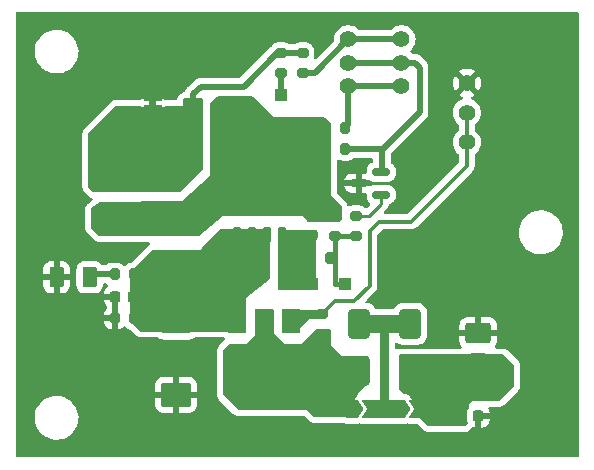
<source format=gbr>
%TF.GenerationSoftware,KiCad,Pcbnew,7.0.2-0*%
%TF.CreationDate,2023-05-10T21:03:08+08:00*%
%TF.ProjectId,LM317_supply_module,4c4d3331-375f-4737-9570-706c795f6d6f,rev?*%
%TF.SameCoordinates,Original*%
%TF.FileFunction,Copper,L1,Top*%
%TF.FilePolarity,Positive*%
%FSLAX46Y46*%
G04 Gerber Fmt 4.6, Leading zero omitted, Abs format (unit mm)*
G04 Created by KiCad (PCBNEW 7.0.2-0) date 2023-05-10 21:03:08*
%MOMM*%
%LPD*%
G01*
G04 APERTURE LIST*
G04 Aperture macros list*
%AMRoundRect*
0 Rectangle with rounded corners*
0 $1 Rounding radius*
0 $2 $3 $4 $5 $6 $7 $8 $9 X,Y pos of 4 corners*
0 Add a 4 corners polygon primitive as box body*
4,1,4,$2,$3,$4,$5,$6,$7,$8,$9,$2,$3,0*
0 Add four circle primitives for the rounded corners*
1,1,$1+$1,$2,$3*
1,1,$1+$1,$4,$5*
1,1,$1+$1,$6,$7*
1,1,$1+$1,$8,$9*
0 Add four rect primitives between the rounded corners*
20,1,$1+$1,$2,$3,$4,$5,0*
20,1,$1+$1,$4,$5,$6,$7,0*
20,1,$1+$1,$6,$7,$8,$9,0*
20,1,$1+$1,$8,$9,$2,$3,0*%
%AMFreePoly0*
4,1,19,0.500000,-0.750000,0.000000,-0.750000,0.000000,-0.744911,-0.071157,-0.744911,-0.207708,-0.704816,-0.327430,-0.627875,-0.420627,-0.520320,-0.479746,-0.390866,-0.500000,-0.250000,-0.500000,0.250000,-0.479746,0.390866,-0.420627,0.520320,-0.327430,0.627875,-0.207708,0.704816,-0.071157,0.744911,0.000000,0.744911,0.000000,0.750000,0.500000,0.750000,0.500000,-0.750000,0.500000,-0.750000,
$1*%
%AMFreePoly1*
4,1,19,0.000000,0.744911,0.071157,0.744911,0.207708,0.704816,0.327430,0.627875,0.420627,0.520320,0.479746,0.390866,0.500000,0.250000,0.500000,-0.250000,0.479746,-0.390866,0.420627,-0.520320,0.327430,-0.627875,0.207708,-0.704816,0.071157,-0.744911,0.000000,-0.744911,0.000000,-0.750000,-0.500000,-0.750000,-0.500000,0.750000,0.000000,0.750000,0.000000,0.744911,0.000000,0.744911,
$1*%
%AMFreePoly2*
4,1,6,1.000000,0.000000,0.500000,-0.750000,-0.500000,-0.750000,-0.500000,0.750000,0.500000,0.750000,1.000000,0.000000,1.000000,0.000000,$1*%
%AMFreePoly3*
4,1,6,0.500000,-0.750000,-0.650000,-0.750000,-0.150000,0.000000,-0.650000,0.750000,0.500000,0.750000,0.500000,-0.750000,0.500000,-0.750000,$1*%
G04 Aperture macros list end*
%TA.AperFunction,SMDPad,CuDef*%
%ADD10FreePoly0,90.000000*%
%TD*%
%TA.AperFunction,SMDPad,CuDef*%
%ADD11FreePoly1,90.000000*%
%TD*%
%TA.AperFunction,ComponentPad*%
%ADD12O,2.190000X1.740000*%
%TD*%
%TA.AperFunction,ComponentPad*%
%ADD13RoundRect,0.250000X-0.845000X0.620000X-0.845000X-0.620000X0.845000X-0.620000X0.845000X0.620000X0*%
%TD*%
%TA.AperFunction,ComponentPad*%
%ADD14O,3.600000X1.800000*%
%TD*%
%TA.AperFunction,ComponentPad*%
%ADD15RoundRect,0.250000X-1.550000X0.650000X-1.550000X-0.650000X1.550000X-0.650000X1.550000X0.650000X0*%
%TD*%
%TA.AperFunction,SMDPad,CuDef*%
%ADD16FreePoly2,0.000000*%
%TD*%
%TA.AperFunction,SMDPad,CuDef*%
%ADD17FreePoly3,0.000000*%
%TD*%
%TA.AperFunction,SMDPad,CuDef*%
%ADD18RoundRect,0.200000X-0.275000X0.200000X-0.275000X-0.200000X0.275000X-0.200000X0.275000X0.200000X0*%
%TD*%
%TA.AperFunction,SMDPad,CuDef*%
%ADD19R,1.500000X2.000000*%
%TD*%
%TA.AperFunction,SMDPad,CuDef*%
%ADD20R,3.800000X2.000000*%
%TD*%
%TA.AperFunction,SMDPad,CuDef*%
%ADD21RoundRect,0.225000X-0.250000X0.225000X-0.250000X-0.225000X0.250000X-0.225000X0.250000X0.225000X0*%
%TD*%
%TA.AperFunction,ComponentPad*%
%ADD22RoundRect,0.250000X-0.620000X-0.845000X0.620000X-0.845000X0.620000X0.845000X-0.620000X0.845000X0*%
%TD*%
%TA.AperFunction,ComponentPad*%
%ADD23O,1.740000X2.190000*%
%TD*%
%TA.AperFunction,SMDPad,CuDef*%
%ADD24RoundRect,0.225000X0.225000X0.250000X-0.225000X0.250000X-0.225000X-0.250000X0.225000X-0.250000X0*%
%TD*%
%TA.AperFunction,SMDPad,CuDef*%
%ADD25RoundRect,0.250000X0.650000X-1.000000X0.650000X1.000000X-0.650000X1.000000X-0.650000X-1.000000X0*%
%TD*%
%TA.AperFunction,SMDPad,CuDef*%
%ADD26RoundRect,0.250000X-0.375000X-0.625000X0.375000X-0.625000X0.375000X0.625000X-0.375000X0.625000X0*%
%TD*%
%TA.AperFunction,SMDPad,CuDef*%
%ADD27RoundRect,0.225000X-0.225000X-0.250000X0.225000X-0.250000X0.225000X0.250000X-0.225000X0.250000X0*%
%TD*%
%TA.AperFunction,SMDPad,CuDef*%
%ADD28RoundRect,0.200000X-0.200000X-0.275000X0.200000X-0.275000X0.200000X0.275000X-0.200000X0.275000X0*%
%TD*%
%TA.AperFunction,SMDPad,CuDef*%
%ADD29RoundRect,0.061000X-0.244000X-0.574000X0.244000X-0.574000X0.244000X0.574000X-0.244000X0.574000X0*%
%TD*%
%TA.AperFunction,SMDPad,CuDef*%
%ADD30RoundRect,0.061000X0.574000X-0.244000X0.574000X0.244000X-0.574000X0.244000X-0.574000X-0.244000X0*%
%TD*%
%TA.AperFunction,SMDPad,CuDef*%
%ADD31R,4.100000X3.810000*%
%TD*%
%TA.AperFunction,SMDPad,CuDef*%
%ADD32RoundRect,0.200000X0.200000X0.275000X-0.200000X0.275000X-0.200000X-0.275000X0.200000X-0.275000X0*%
%TD*%
%TA.AperFunction,SMDPad,CuDef*%
%ADD33RoundRect,0.250000X-0.300000X-0.300000X0.300000X-0.300000X0.300000X0.300000X-0.300000X0.300000X0*%
%TD*%
%TA.AperFunction,SMDPad,CuDef*%
%ADD34RoundRect,0.250000X-0.650000X1.000000X-0.650000X-1.000000X0.650000X-1.000000X0.650000X1.000000X0*%
%TD*%
%TA.AperFunction,ComponentPad*%
%ADD35C,1.400000*%
%TD*%
%TA.AperFunction,SMDPad,CuDef*%
%ADD36RoundRect,0.150000X0.587500X0.150000X-0.587500X0.150000X-0.587500X-0.150000X0.587500X-0.150000X0*%
%TD*%
%TA.AperFunction,SMDPad,CuDef*%
%ADD37RoundRect,0.250000X0.300000X-0.300000X0.300000X0.300000X-0.300000X0.300000X-0.300000X-0.300000X0*%
%TD*%
%TA.AperFunction,SMDPad,CuDef*%
%ADD38RoundRect,0.250000X-1.025000X0.787500X-1.025000X-0.787500X1.025000X-0.787500X1.025000X0.787500X0*%
%TD*%
%TA.AperFunction,Conductor*%
%ADD39C,0.500000*%
%TD*%
%TA.AperFunction,Conductor*%
%ADD40C,0.250000*%
%TD*%
%TA.AperFunction,Conductor*%
%ADD41C,0.400000*%
%TD*%
%TA.AperFunction,Conductor*%
%ADD42C,1.500000*%
%TD*%
%TA.AperFunction,Conductor*%
%ADD43C,0.800000*%
%TD*%
%TA.AperFunction,Conductor*%
%ADD44C,0.300000*%
%TD*%
G04 APERTURE END LIST*
%TA.AperFunction,EtchedComponent*%
%TO.C,JP3*%
G36*
X189630000Y-127790000D02*
G01*
X189030000Y-127790000D01*
X189030000Y-127290000D01*
X189630000Y-127290000D01*
X189630000Y-127790000D01*
G37*
%TD.AperFunction*%
%TD*%
D10*
%TO.P,JP3,1,A*%
%TO.N,Earth*%
X189330000Y-128190000D03*
D11*
%TO.P,JP3,2,B*%
%TO.N,GNDREF*%
X189330000Y-126890000D03*
%TD*%
D12*
%TO.P,J3,2,Pin_2*%
%TO.N,/VOUT*%
X216900000Y-149590000D03*
D13*
%TO.P,J3,1,Pin_1*%
%TO.N,GNDREF*%
X216900000Y-147050000D03*
%TD*%
D14*
%TO.P,J1,2,Pin_2*%
%TO.N,/VIN*%
X186162500Y-137510000D03*
D15*
%TO.P,J1,1,Pin_1*%
%TO.N,Earth*%
X186162500Y-133700000D03*
%TD*%
D16*
%TO.P,JP1,1,A*%
%TO.N,Net-(D3-A)*%
X206180000Y-153450000D03*
D17*
%TO.P,JP1,2,B*%
%TO.N,Net-(D3-K)*%
X207630000Y-153450000D03*
%TD*%
D18*
%TO.P,R4,1*%
%TO.N,/VIN*%
X204730000Y-137125000D03*
%TO.P,R4,2*%
%TO.N,Net-(D2-A)*%
X204730000Y-138775000D03*
%TD*%
D19*
%TO.P,U1,1,ADJ*%
%TO.N,Net-(U1-ADJ)*%
X201030000Y-146000000D03*
%TO.P,U1,2,VO*%
%TO.N,Net-(D3-A)*%
X198730000Y-146000000D03*
D20*
X198730000Y-152300000D03*
D19*
%TO.P,U1,3,VI*%
%TO.N,Net-(U1-VI)*%
X196430000Y-146000000D03*
%TD*%
D21*
%TO.P,C1,1*%
%TO.N,/VIN*%
X202830000Y-137175000D03*
%TO.P,C1,2*%
%TO.N,Net-(D2-K)*%
X202830000Y-138725000D03*
%TD*%
D22*
%TO.P,J2,1,Pin_1*%
%TO.N,Earth*%
X192780000Y-128200000D03*
D23*
%TO.P,J2,2,Pin_2*%
%TO.N,/VIN*%
X195320000Y-128200000D03*
%TD*%
D18*
%TO.P,R1,1*%
%TO.N,Earth*%
X202030000Y-123325000D03*
%TO.P,R1,2*%
%TO.N,Net-(SW1-C)*%
X202030000Y-124975000D03*
%TD*%
%TO.P,R5,1*%
%TO.N,Net-(Q2-D)*%
X206540000Y-137130000D03*
%TO.P,R5,2*%
%TO.N,Net-(D2-A)*%
X206540000Y-138780000D03*
%TD*%
D24*
%TO.P,C3,1*%
%TO.N,Net-(U1-VI)*%
X187705000Y-143950000D03*
%TO.P,C3,2*%
%TO.N,GNDREF*%
X186155000Y-143950000D03*
%TD*%
D25*
%TO.P,D4,1,K*%
%TO.N,/VOUT*%
X211130000Y-150250000D03*
%TO.P,D4,2,A*%
%TO.N,Net-(D3-K)*%
X211130000Y-146250000D03*
%TD*%
D26*
%TO.P,D5,1,K*%
%TO.N,GNDREF*%
X181200000Y-142300000D03*
%TO.P,D5,2,A*%
%TO.N,Net-(D5-A)*%
X184000000Y-142300000D03*
%TD*%
D18*
%TO.P,R7,1*%
%TO.N,Net-(U1-ADJ)*%
X203630000Y-145425000D03*
%TO.P,R7,2*%
%TO.N,Net-(D3-A)*%
X203630000Y-147075000D03*
%TD*%
D27*
%TO.P,C4,1*%
%TO.N,/VOUT*%
X215355000Y-154051000D03*
%TO.P,C4,2*%
%TO.N,GNDREF*%
X216905000Y-154051000D03*
%TD*%
D28*
%TO.P,R3,1*%
%TO.N,/VIN*%
X204005000Y-131450000D03*
%TO.P,R3,2*%
%TO.N,Net-(Q2-G)*%
X205655000Y-131450000D03*
%TD*%
D29*
%TO.P,Q1,1,S*%
%TO.N,Net-(U1-VI)*%
X196455000Y-138705000D03*
%TO.P,Q1,2,S*%
X197725000Y-138705000D03*
%TO.P,Q1,3,S*%
X198995000Y-138705000D03*
%TO.P,Q1,4,G*%
%TO.N,Net-(D2-K)*%
X200265000Y-138705000D03*
D30*
%TO.P,Q1,5,D*%
%TO.N,/VIN*%
X196190000Y-134350000D03*
X196190000Y-136730000D03*
D29*
X196455000Y-133350000D03*
X197725000Y-133350000D03*
D31*
X198355000Y-135150500D03*
D29*
X198995000Y-133350000D03*
X200265000Y-133350000D03*
D30*
X200530000Y-134350000D03*
X200530000Y-136730000D03*
%TD*%
D32*
%TO.P,R6,1*%
%TO.N,Net-(D2-A)*%
X204380000Y-140650000D03*
%TO.P,R6,2*%
%TO.N,Net-(D2-K)*%
X202730000Y-140650000D03*
%TD*%
%TO.P,R9,1*%
%TO.N,Net-(U1-VI)*%
X187755000Y-145750000D03*
%TO.P,R9,2*%
%TO.N,GNDREF*%
X186105000Y-145750000D03*
%TD*%
D33*
%TO.P,D2,1,K*%
%TO.N,Net-(D2-K)*%
X202830000Y-142850000D03*
%TO.P,D2,2,A*%
%TO.N,Net-(D2-A)*%
X205630000Y-142850000D03*
%TD*%
D34*
%TO.P,D3,1,K*%
%TO.N,Net-(D3-K)*%
X206830000Y-146250000D03*
%TO.P,D3,2,A*%
%TO.N,Net-(D3-A)*%
X206830000Y-150250000D03*
%TD*%
D16*
%TO.P,JP2,1,A*%
%TO.N,Net-(D3-K)*%
X210205000Y-153450000D03*
D17*
%TO.P,JP2,2,B*%
%TO.N,/VOUT*%
X211655000Y-153450000D03*
%TD*%
D35*
%TO.P,RV1,1,1*%
%TO.N,GNDREF*%
X215935000Y-125867500D03*
%TO.P,RV1,2,2*%
%TO.N,Net-(U1-ADJ)*%
X215935000Y-128367500D03*
%TO.P,RV1,3,3*%
X215935000Y-130867500D03*
%TD*%
%TO.P,SW1,1,A*%
%TO.N,Net-(SW1-A)*%
X210380000Y-126150000D03*
X205880000Y-126150000D03*
%TO.P,SW1,2,B*%
%TO.N,Net-(Q2-G)*%
X210380000Y-124150000D03*
X205880000Y-124150000D03*
%TO.P,SW1,3,C*%
%TO.N,Net-(SW1-C)*%
X210380000Y-122150000D03*
X205880000Y-122150000D03*
%TD*%
D36*
%TO.P,Q2,1,D*%
%TO.N,Net-(Q2-D)*%
X208677500Y-135300000D03*
%TO.P,Q2,2,G*%
%TO.N,Net-(Q2-G)*%
X208677500Y-133400000D03*
%TO.P,Q2,3,S*%
%TO.N,GNDREF*%
X206802500Y-134350000D03*
%TD*%
D37*
%TO.P,D1,1,K*%
%TO.N,/VIN*%
X200230000Y-129650000D03*
%TO.P,D1,2,A*%
%TO.N,Net-(D1-A)*%
X200230000Y-126850000D03*
%TD*%
D18*
%TO.P,R8,1*%
%TO.N,Earth*%
X200230000Y-123325000D03*
%TO.P,R8,2*%
%TO.N,Net-(D1-A)*%
X200230000Y-124975000D03*
%TD*%
D28*
%TO.P,R10,1*%
%TO.N,Net-(D5-A)*%
X186105000Y-142050000D03*
%TO.P,R10,2*%
%TO.N,Net-(U1-VI)*%
X187755000Y-142050000D03*
%TD*%
D38*
%TO.P,C2,1*%
%TO.N,Net-(U1-VI)*%
X191330000Y-146037500D03*
%TO.P,C2,2*%
%TO.N,GNDREF*%
X191330000Y-152262500D03*
%TD*%
D28*
%TO.P,R2,1*%
%TO.N,/VIN*%
X204005000Y-129650000D03*
%TO.P,R2,2*%
%TO.N,Net-(SW1-A)*%
X205655000Y-129650000D03*
%TD*%
D39*
%TO.N,Earth*%
X200230000Y-123325000D02*
X199885000Y-123325000D01*
X199885000Y-123325000D02*
X197030000Y-126180000D01*
X197030000Y-126180000D02*
X193390000Y-126180000D01*
X193390000Y-126180000D02*
X192780000Y-126790000D01*
X192780000Y-126790000D02*
X192780000Y-128200000D01*
X202030000Y-123325000D02*
X200230000Y-123325000D01*
D40*
X189330000Y-128190000D02*
X186162500Y-131357500D01*
X186162500Y-131357500D02*
X186162500Y-133700000D01*
X192780000Y-128200000D02*
X189340000Y-128200000D01*
X189340000Y-128200000D02*
X189330000Y-128190000D01*
%TO.N,/VIN*%
X196190000Y-134350000D02*
X194490000Y-134350000D01*
X191330000Y-137510000D02*
X186162500Y-137510000D01*
X194490000Y-134350000D02*
X191330000Y-137510000D01*
X200530000Y-136730000D02*
X202385000Y-136730000D01*
X196847500Y-129650000D02*
X200230000Y-129650000D01*
X195380000Y-128182500D02*
X195380000Y-132275000D01*
X204680000Y-137175000D02*
X204730000Y-137125000D01*
X200230000Y-129650000D02*
X200230000Y-133315000D01*
X200230000Y-133315000D02*
X200265000Y-133350000D01*
X202385000Y-136730000D02*
X202830000Y-137175000D01*
X204005000Y-129650000D02*
X204005000Y-131450000D01*
X203130000Y-134350000D02*
X204005000Y-133475000D01*
X195380000Y-128182500D02*
X196847500Y-129650000D01*
X202830000Y-137175000D02*
X204680000Y-137175000D01*
X204005000Y-133475000D02*
X204005000Y-131450000D01*
X200530000Y-134350000D02*
X203130000Y-134350000D01*
X195380000Y-132275000D02*
X196455000Y-133350000D01*
%TO.N,Net-(D2-K)*%
X202730000Y-138825000D02*
X202830000Y-138725000D01*
D41*
X200265000Y-138705000D02*
X202025000Y-138705000D01*
X202025000Y-138705000D02*
X202810000Y-138705000D01*
X202730000Y-140650000D02*
X202533000Y-140847000D01*
X202660000Y-140580000D02*
X202730000Y-140650000D01*
X202533000Y-140847000D02*
X202533000Y-142553000D01*
X202660000Y-138705000D02*
X202660000Y-140580000D01*
D40*
X202810000Y-138705000D02*
X202830000Y-138725000D01*
D41*
X202025000Y-138705000D02*
X202660000Y-138705000D01*
X202533000Y-142553000D02*
X202830000Y-142850000D01*
D40*
%TO.N,/VOUT*%
X211780000Y-149600000D02*
X213830000Y-149600000D01*
X215355000Y-151142500D02*
X215355000Y-154051000D01*
X214754000Y-153450000D02*
X215355000Y-154051000D01*
X211130000Y-150250000D02*
X211780000Y-149600000D01*
X211655000Y-153450000D02*
X214754000Y-153450000D01*
X213830000Y-149600000D02*
X216897500Y-149600000D01*
X216897500Y-149600000D02*
X215355000Y-151142500D01*
D39*
%TO.N,Net-(D1-A)*%
X200230000Y-124975000D02*
X200230000Y-126850000D01*
D41*
%TO.N,Net-(D2-A)*%
X204730000Y-140081000D02*
X204730000Y-138775000D01*
X204730000Y-138775000D02*
X206535000Y-138775000D01*
X204730000Y-140081000D02*
X204730000Y-142850000D01*
X204730000Y-142850000D02*
X205630000Y-142850000D01*
X206535000Y-138775000D02*
X206540000Y-138780000D01*
X204730000Y-140650000D02*
X204380000Y-140650000D01*
X204730000Y-140081000D02*
X204730000Y-140650000D01*
D40*
%TO.N,Net-(D3-K)*%
X208930000Y-153450000D02*
X207630000Y-153450000D01*
X210205000Y-153450000D02*
X208930000Y-153450000D01*
D42*
X208930000Y-146250000D02*
X211130000Y-146250000D01*
X206830000Y-146250000D02*
X208930000Y-146250000D01*
D43*
X208930000Y-153450000D02*
X208930000Y-146250000D01*
D40*
%TO.N,Net-(D3-A)*%
X204530000Y-150250000D02*
X206830000Y-150250000D01*
X205980000Y-153650000D02*
X206180000Y-153450000D01*
X203630000Y-147075000D02*
X203630000Y-149350000D01*
X198730000Y-146000000D02*
X198730000Y-152300000D01*
X198730000Y-152300000D02*
X203180000Y-152300000D01*
X204530000Y-153650000D02*
X205980000Y-153650000D01*
X206180000Y-153450000D02*
X206180000Y-150900000D01*
X203180000Y-152300000D02*
X204530000Y-153650000D01*
X203630000Y-149350000D02*
X204530000Y-150250000D01*
X206180000Y-150900000D02*
X206830000Y-150250000D01*
%TO.N,Net-(Q2-D)*%
X208677500Y-136112500D02*
X208677500Y-135300000D01*
X207660000Y-137130000D02*
X208677500Y-136112500D01*
X206540000Y-137130000D02*
X207660000Y-137130000D01*
D39*
%TO.N,Net-(Q2-G)*%
X205880000Y-124150000D02*
X210380000Y-124150000D01*
X211530000Y-124150000D02*
X211930000Y-124550000D01*
X208720000Y-131450000D02*
X208720000Y-133357500D01*
X210380000Y-124150000D02*
X211530000Y-124150000D01*
X211930000Y-128320000D02*
X208800000Y-131450000D01*
X208800000Y-131450000D02*
X208720000Y-131450000D01*
X208720000Y-133357500D02*
X208677500Y-133400000D01*
X211930000Y-124550000D02*
X211930000Y-128320000D01*
X205655000Y-131450000D02*
X208720000Y-131450000D01*
%TO.N,Net-(SW1-C)*%
X202030000Y-124975000D02*
X203055000Y-124975000D01*
X205880000Y-122150000D02*
X210380000Y-122150000D01*
X203055000Y-124975000D02*
X205880000Y-122150000D01*
D40*
%TO.N,Net-(SW1-A)*%
X205880000Y-129425000D02*
X205655000Y-129650000D01*
D39*
X205880000Y-126150000D02*
X205880000Y-129425000D01*
X205880000Y-126150000D02*
X210380000Y-126150000D01*
D40*
%TO.N,Net-(U1-ADJ)*%
X203655000Y-145425000D02*
X203630000Y-145425000D01*
D44*
X207710000Y-138400000D02*
X207710000Y-143030000D01*
X215935000Y-128367500D02*
X215935000Y-130867500D01*
X211190000Y-137590000D02*
X208520000Y-137590000D01*
D40*
X201880000Y-146000000D02*
X201030000Y-146000000D01*
X202455000Y-145425000D02*
X201880000Y-146000000D01*
D44*
X215935000Y-132845000D02*
X211190000Y-137590000D01*
X207710000Y-143030000D02*
X206390000Y-144350000D01*
X215935000Y-130867500D02*
X215935000Y-132845000D01*
X208520000Y-137590000D02*
X207710000Y-138400000D01*
X206390000Y-144350000D02*
X204730000Y-144350000D01*
D40*
X203630000Y-145425000D02*
X202455000Y-145425000D01*
D44*
X204730000Y-144350000D02*
X203655000Y-145425000D01*
D39*
%TO.N,Net-(D5-A)*%
X184317500Y-142050000D02*
X186105000Y-142050000D01*
D40*
%TO.N,Net-(U1-VI)*%
X196455000Y-138705000D02*
X197725000Y-138705000D01*
X191367500Y-146000000D02*
X196430000Y-146000000D01*
X187755000Y-142050000D02*
X187755000Y-145750000D01*
X198995000Y-138705000D02*
X197725000Y-138705000D01*
X191330000Y-146037500D02*
X191367500Y-146000000D01*
X196455000Y-138705000D02*
X196430000Y-138730000D01*
X187755000Y-145750000D02*
X191042500Y-145750000D01*
X196430000Y-138730000D02*
X196430000Y-146000000D01*
X191042500Y-145750000D02*
X191330000Y-146037500D01*
%TD*%
%TA.AperFunction,Conductor*%
%TO.N,Net-(D3-K)*%
G36*
X209943039Y-152719685D02*
G01*
X209988794Y-152772489D01*
X210000000Y-152824000D01*
X210000000Y-154076000D01*
X209980315Y-154143039D01*
X209927511Y-154188794D01*
X209876000Y-154200000D01*
X207519408Y-154200000D01*
X207452369Y-154180315D01*
X207406614Y-154127511D01*
X207396670Y-154058353D01*
X207416234Y-154007217D01*
X207600724Y-153730482D01*
X207609912Y-153716185D01*
X207667490Y-153584284D01*
X207685576Y-153441504D01*
X207662703Y-153299411D01*
X207600724Y-153169518D01*
X207600721Y-153169514D01*
X207416235Y-152892783D01*
X207395427Y-152826083D01*
X207413982Y-152758723D01*
X207466010Y-152712087D01*
X207519409Y-152700000D01*
X209876000Y-152700000D01*
X209943039Y-152719685D01*
G37*
%TD.AperFunction*%
%TD*%
%TA.AperFunction,Conductor*%
%TO.N,Net-(D2-K)*%
G36*
X203102795Y-138309685D02*
G01*
X203148550Y-138362489D01*
X203159756Y-138414244D01*
X203150243Y-143256244D01*
X203130427Y-143323244D01*
X203077533Y-143368895D01*
X203026243Y-143380000D01*
X200084000Y-143380000D01*
X200016961Y-143360315D01*
X199971206Y-143307511D01*
X199960000Y-143256000D01*
X199960000Y-138414000D01*
X199979685Y-138346961D01*
X200032489Y-138301206D01*
X200084000Y-138290000D01*
X203035756Y-138290000D01*
X203102795Y-138309685D01*
G37*
%TD.AperFunction*%
%TD*%
%TA.AperFunction,Conductor*%
%TO.N,Net-(U1-VI)*%
G36*
X199243039Y-138219685D02*
G01*
X199288794Y-138272489D01*
X199300000Y-138324000D01*
X199300000Y-142378117D01*
X199280315Y-142445156D01*
X199250551Y-142477204D01*
X197200000Y-144020000D01*
X197200000Y-146448638D01*
X197180315Y-146515677D01*
X197163681Y-146536319D01*
X196836319Y-146863681D01*
X196774996Y-146897166D01*
X196748638Y-146900000D01*
X188351362Y-146900000D01*
X188284323Y-146880315D01*
X188263681Y-146863681D01*
X187436319Y-146036319D01*
X187402834Y-145974996D01*
X187400000Y-145948638D01*
X187400000Y-141951361D01*
X187419685Y-141884322D01*
X187436314Y-141863685D01*
X189263681Y-140036318D01*
X189325004Y-140002834D01*
X189351362Y-140000000D01*
X193300000Y-140000000D01*
X193500000Y-139800000D01*
X195063681Y-138236318D01*
X195125004Y-138202834D01*
X195151362Y-138200000D01*
X199176000Y-138200000D01*
X199243039Y-138219685D01*
G37*
%TD.AperFunction*%
%TD*%
%TA.AperFunction,Conductor*%
%TO.N,Net-(D3-A)*%
G36*
X199555039Y-145053685D02*
G01*
X199600794Y-145106489D01*
X199612000Y-145158000D01*
X199612000Y-147066000D01*
X200501000Y-147955000D01*
X201898000Y-147955000D01*
X203131680Y-146721318D01*
X203193004Y-146687834D01*
X203219362Y-146685000D01*
X204259638Y-146685000D01*
X204326677Y-146704685D01*
X204347319Y-146721319D01*
X204401681Y-146775681D01*
X204435166Y-146837004D01*
X204438000Y-146863362D01*
X204438000Y-148082000D01*
X205327000Y-148971000D01*
X207434638Y-148971000D01*
X207501677Y-148990685D01*
X207522319Y-149007319D01*
X207576681Y-149061681D01*
X207610166Y-149123004D01*
X207613000Y-149149362D01*
X207613000Y-151260000D01*
X207593315Y-151327039D01*
X207540511Y-151372794D01*
X207489000Y-151384000D01*
X207485999Y-151384000D01*
X206724000Y-152145998D01*
X206723999Y-152146000D01*
X206723999Y-152202779D01*
X206704314Y-152269818D01*
X206668782Y-152305951D01*
X206642498Y-152323473D01*
X206550089Y-152433813D01*
X206492509Y-152565715D01*
X206474424Y-152708496D01*
X206497296Y-152850587D01*
X206559277Y-152980484D01*
X206703174Y-153196328D01*
X206723982Y-153263027D01*
X206724000Y-153265111D01*
X206724000Y-153634887D01*
X206704315Y-153701926D01*
X206703174Y-153703670D01*
X206560648Y-153917459D01*
X206560640Y-153917470D01*
X206559276Y-153919518D01*
X206558078Y-153921669D01*
X206520045Y-153989949D01*
X206490982Y-154088934D01*
X206453208Y-154147712D01*
X206389653Y-154176738D01*
X206372005Y-154178000D01*
X203092362Y-154178000D01*
X203025323Y-154158315D01*
X203004681Y-154141681D01*
X202406000Y-153543000D01*
X196615362Y-153543000D01*
X196548323Y-153523315D01*
X196527681Y-153506681D01*
X195330319Y-152309319D01*
X195296834Y-152247996D01*
X195294000Y-152221638D01*
X195294000Y-148514362D01*
X195313685Y-148447323D01*
X195330319Y-148426681D01*
X195765681Y-147991319D01*
X195827004Y-147957834D01*
X195853362Y-147955000D01*
X197199000Y-147955000D01*
X197961000Y-147193000D01*
X197961000Y-145157999D01*
X197980685Y-145090961D01*
X198033489Y-145045206D01*
X198085000Y-145034000D01*
X199488000Y-145034000D01*
X199555039Y-145053685D01*
G37*
%TD.AperFunction*%
%TD*%
%TA.AperFunction,Conductor*%
%TO.N,/VIN*%
G36*
X197849677Y-127019685D02*
G01*
X197870319Y-127036319D01*
X199612000Y-128778000D01*
X203878638Y-128778000D01*
X203945677Y-128797685D01*
X203966319Y-128814319D01*
X204401681Y-129249681D01*
X204435166Y-129311004D01*
X204438000Y-129337362D01*
X204437999Y-135381999D01*
X204438000Y-135382000D01*
X205290682Y-136234682D01*
X205324166Y-136296003D01*
X205327000Y-136322361D01*
X205327000Y-137362638D01*
X205307315Y-137429677D01*
X205290681Y-137450319D01*
X205109319Y-137631681D01*
X205047996Y-137665166D01*
X205021638Y-137668000D01*
X202584362Y-137668000D01*
X202517323Y-137648315D01*
X202496681Y-137631681D01*
X202025000Y-137160000D01*
X195294000Y-137160000D01*
X193284492Y-138819515D01*
X193220266Y-138847026D01*
X193205268Y-138847904D01*
X184881206Y-138830109D01*
X184814209Y-138810281D01*
X184793790Y-138793790D01*
X184136319Y-138136319D01*
X184102834Y-138074996D01*
X184100000Y-138048638D01*
X184100000Y-136579357D01*
X184119685Y-136512318D01*
X184146232Y-136482775D01*
X184836027Y-135927355D01*
X184900589Y-135900642D01*
X184913607Y-135899937D01*
X191850000Y-135890000D01*
X194170000Y-133720000D01*
X194167025Y-127676281D01*
X194186677Y-127609233D01*
X194203199Y-127588684D01*
X194753657Y-127036459D01*
X194814928Y-127002876D01*
X194841480Y-127000000D01*
X197782638Y-127000000D01*
X197849677Y-127019685D01*
G37*
%TD.AperFunction*%
%TD*%
%TA.AperFunction,Conductor*%
%TO.N,Net-(U1-ADJ)*%
G36*
X204015677Y-145129685D02*
G01*
X204036319Y-145146319D01*
X204043681Y-145153681D01*
X204077166Y-145215004D01*
X204080000Y-145241362D01*
X204080000Y-145658638D01*
X204060315Y-145725677D01*
X204043681Y-145746319D01*
X204016319Y-145773681D01*
X203954996Y-145807166D01*
X203928638Y-145810000D01*
X202629999Y-145810000D01*
X201646319Y-146793681D01*
X201584996Y-146827166D01*
X201558638Y-146830000D01*
X200639738Y-146830000D01*
X200572699Y-146810315D01*
X200567664Y-146806903D01*
X200441926Y-146717090D01*
X200398816Y-146662106D01*
X200390000Y-146616187D01*
X200390000Y-145351361D01*
X200409685Y-145284322D01*
X200426310Y-145263689D01*
X200543683Y-145146316D01*
X200605004Y-145112834D01*
X200631362Y-145110000D01*
X203948638Y-145110000D01*
X204015677Y-145129685D01*
G37*
%TD.AperFunction*%
%TD*%
%TA.AperFunction,Conductor*%
%TO.N,/VOUT*%
G36*
X219058677Y-148863685D02*
G01*
X219079319Y-148880319D01*
X219895680Y-149696680D01*
X219929165Y-149758003D01*
X219931999Y-149784361D01*
X219932000Y-151459638D01*
X219912315Y-151526677D01*
X219895681Y-151547319D01*
X218698319Y-152744681D01*
X218636996Y-152778166D01*
X218610638Y-152781000D01*
X216375999Y-152781000D01*
X216122000Y-153034999D01*
X216122000Y-153288522D01*
X216103538Y-153353619D01*
X216017997Y-153492300D01*
X215964650Y-153653292D01*
X215954819Y-153749522D01*
X215954817Y-153749542D01*
X215954500Y-153752655D01*
X215954500Y-153755802D01*
X215954500Y-153755803D01*
X215954500Y-154346194D01*
X215954500Y-154346213D01*
X215954501Y-154349344D01*
X215954820Y-154352476D01*
X215954821Y-154352477D01*
X215964650Y-154448707D01*
X216007206Y-154577132D01*
X216009608Y-154646961D01*
X215977182Y-154703817D01*
X215877251Y-154803748D01*
X215777317Y-154903682D01*
X215715997Y-154937166D01*
X215689638Y-154940000D01*
X212744362Y-154940000D01*
X212677323Y-154920315D01*
X212656681Y-154903681D01*
X211713319Y-153960319D01*
X211679834Y-153898996D01*
X211677000Y-153872639D01*
X211677000Y-153872638D01*
X211677000Y-153645651D01*
X211687355Y-153596046D01*
X211692490Y-153584285D01*
X211710576Y-153441504D01*
X211695517Y-153347956D01*
X211685913Y-153288287D01*
X211677000Y-153248911D01*
X211677000Y-152781000D01*
X211433075Y-152781000D01*
X211366036Y-152761315D01*
X211329901Y-152725783D01*
X211126808Y-152421144D01*
X211125724Y-152419518D01*
X211087143Y-152368872D01*
X211087141Y-152368869D01*
X210978374Y-152274623D01*
X210847457Y-152214834D01*
X210705000Y-152194353D01*
X210633715Y-152194353D01*
X210566676Y-152174668D01*
X210546034Y-152158034D01*
X210189319Y-151801319D01*
X210155834Y-151739996D01*
X210153000Y-151713638D01*
X210153000Y-148968000D01*
X210172685Y-148900961D01*
X210225489Y-148855206D01*
X210277000Y-148844000D01*
X218991638Y-148844000D01*
X219058677Y-148863685D01*
G37*
%TD.AperFunction*%
%TD*%
%TA.AperFunction,Conductor*%
%TO.N,GNDREF*%
G36*
X225372539Y-119870185D02*
G01*
X225418294Y-119922989D01*
X225429500Y-119974500D01*
X225429500Y-157425500D01*
X225409815Y-157492539D01*
X225357011Y-157538294D01*
X225305500Y-157549500D01*
X177854500Y-157549500D01*
X177787461Y-157529815D01*
X177741706Y-157477011D01*
X177730500Y-157425500D01*
X177730500Y-154267764D01*
X179345787Y-154267764D01*
X179375413Y-154537016D01*
X179408226Y-154662525D01*
X179443928Y-154799088D01*
X179540355Y-155025999D01*
X179549871Y-155048392D01*
X179690982Y-155279611D01*
X179826475Y-155442423D01*
X179864255Y-155487820D01*
X180065998Y-155668582D01*
X180291910Y-155818044D01*
X180398211Y-155867876D01*
X180537177Y-155933021D01*
X180796562Y-156011058D01*
X180796569Y-156011060D01*
X181064561Y-156050500D01*
X181064564Y-156050500D01*
X181265369Y-156050500D01*
X181267631Y-156050500D01*
X181470156Y-156035677D01*
X181734553Y-155976780D01*
X181987558Y-155880014D01*
X182223777Y-155747441D01*
X182438177Y-155581888D01*
X182626186Y-155386881D01*
X182783799Y-155166579D01*
X182907656Y-154925675D01*
X182995118Y-154669305D01*
X183044319Y-154402933D01*
X183054212Y-154132235D01*
X183024586Y-153862982D01*
X182956072Y-153600912D01*
X182850130Y-153351610D01*
X182709018Y-153120390D01*
X182709017Y-153120388D01*
X182535746Y-152912181D01*
X182430759Y-152818112D01*
X182334002Y-152731418D01*
X182108090Y-152581956D01*
X182108086Y-152581954D01*
X181959928Y-152512500D01*
X189555001Y-152512500D01*
X189555001Y-153096829D01*
X189555321Y-153103111D01*
X189565493Y-153202695D01*
X189620642Y-153369122D01*
X189712683Y-153518345D01*
X189836654Y-153642316D01*
X189985877Y-153734357D01*
X190152303Y-153789506D01*
X190251890Y-153799680D01*
X190258168Y-153799999D01*
X191079999Y-153799999D01*
X191079999Y-153799998D01*
X191080000Y-152512500D01*
X191580000Y-152512500D01*
X191580000Y-153799999D01*
X192401829Y-153799999D01*
X192408111Y-153799678D01*
X192507695Y-153789506D01*
X192674122Y-153734357D01*
X192823345Y-153642316D01*
X192947316Y-153518345D01*
X193039357Y-153369122D01*
X193094506Y-153202696D01*
X193104680Y-153103109D01*
X193105000Y-153096831D01*
X193105000Y-152512500D01*
X191580000Y-152512500D01*
X191080000Y-152512500D01*
X189555001Y-152512500D01*
X181959928Y-152512500D01*
X181862822Y-152466978D01*
X181603437Y-152388941D01*
X181603431Y-152388940D01*
X181335439Y-152349500D01*
X181132369Y-152349500D01*
X181130120Y-152349664D01*
X181130109Y-152349665D01*
X180929843Y-152364322D01*
X180665449Y-152423219D01*
X180412441Y-152519986D01*
X180176223Y-152652559D01*
X179961825Y-152818109D01*
X179773813Y-153013120D01*
X179616201Y-153233420D01*
X179492342Y-153474329D01*
X179404881Y-153730695D01*
X179355680Y-153997066D01*
X179345787Y-154267764D01*
X177730500Y-154267764D01*
X177730500Y-152012500D01*
X189555000Y-152012500D01*
X191080000Y-152012500D01*
X191080000Y-150725000D01*
X191580000Y-150725000D01*
X191580000Y-152012500D01*
X193104999Y-152012500D01*
X193104999Y-151428170D01*
X193104678Y-151421888D01*
X193094506Y-151322304D01*
X193039357Y-151155877D01*
X192947316Y-151006654D01*
X192823345Y-150882683D01*
X192674122Y-150790642D01*
X192507696Y-150735493D01*
X192408109Y-150725319D01*
X192401832Y-150725000D01*
X191580000Y-150725000D01*
X191080000Y-150725000D01*
X190258171Y-150725000D01*
X190251888Y-150725321D01*
X190152304Y-150735493D01*
X189985877Y-150790642D01*
X189836654Y-150882683D01*
X189712683Y-151006654D01*
X189620642Y-151155877D01*
X189565493Y-151322303D01*
X189555319Y-151421890D01*
X189555000Y-151428168D01*
X189555000Y-152012500D01*
X177730500Y-152012500D01*
X177730500Y-146000000D01*
X185205001Y-146000000D01*
X185205001Y-146078753D01*
X185205256Y-146084389D01*
X185211408Y-146152104D01*
X185261981Y-146314397D01*
X185349925Y-146459875D01*
X185470124Y-146580074D01*
X185615603Y-146668019D01*
X185777893Y-146718590D01*
X185845620Y-146724745D01*
X185851238Y-146724999D01*
X185854999Y-146724998D01*
X185855000Y-146724998D01*
X185855000Y-146000000D01*
X185205001Y-146000000D01*
X177730500Y-146000000D01*
X177730500Y-145500000D01*
X185205000Y-145500000D01*
X185855000Y-145500000D01*
X185855000Y-144836362D01*
X185874685Y-144769323D01*
X185891319Y-144748681D01*
X185905000Y-144734999D01*
X185905000Y-144200000D01*
X185205001Y-144200000D01*
X185205001Y-144245165D01*
X185205321Y-144251447D01*
X185215143Y-144347605D01*
X185268453Y-144508486D01*
X185357426Y-144652732D01*
X185459691Y-144754997D01*
X185493176Y-144816320D01*
X185488192Y-144886012D01*
X185459691Y-144930359D01*
X185349925Y-145040124D01*
X185261980Y-145185603D01*
X185211409Y-145347893D01*
X185205255Y-145415615D01*
X185205000Y-145421244D01*
X185205000Y-145500000D01*
X177730500Y-145500000D01*
X177730500Y-142550000D01*
X180075001Y-142550000D01*
X180075001Y-142971829D01*
X180075321Y-142978111D01*
X180085493Y-143077695D01*
X180140642Y-143244122D01*
X180232683Y-143393345D01*
X180356654Y-143517316D01*
X180505877Y-143609357D01*
X180672303Y-143664506D01*
X180771890Y-143674680D01*
X180778168Y-143674999D01*
X180949999Y-143674999D01*
X180950000Y-143674998D01*
X180950000Y-142550000D01*
X181450000Y-142550000D01*
X181450000Y-143674999D01*
X181621829Y-143674999D01*
X181628111Y-143674678D01*
X181727695Y-143664506D01*
X181894122Y-143609357D01*
X182043345Y-143517316D01*
X182167316Y-143393345D01*
X182259357Y-143244122D01*
X182314506Y-143077696D01*
X182324680Y-142978109D01*
X182324998Y-142971878D01*
X182874500Y-142971878D01*
X182874501Y-142975008D01*
X182874820Y-142978140D01*
X182874821Y-142978141D01*
X182885000Y-143077796D01*
X182940186Y-143244334D01*
X183032288Y-143393657D01*
X183156342Y-143517711D01*
X183209398Y-143550436D01*
X183305666Y-143609814D01*
X183417016Y-143646712D01*
X183472202Y-143664999D01*
X183571858Y-143675180D01*
X183571859Y-143675180D01*
X183574991Y-143675500D01*
X184425008Y-143675499D01*
X184527797Y-143664999D01*
X184694334Y-143609814D01*
X184843656Y-143517712D01*
X184967712Y-143393656D01*
X185059814Y-143244334D01*
X185114999Y-143077797D01*
X185125500Y-142975009D01*
X185125500Y-142924499D01*
X185145185Y-142857461D01*
X185197989Y-142811706D01*
X185249500Y-142800500D01*
X185338481Y-142800500D01*
X185405520Y-142820185D01*
X185426163Y-142836820D01*
X185469813Y-142880471D01*
X185502002Y-142899930D01*
X185549189Y-142951458D01*
X185561028Y-143020317D01*
X185533759Y-143084646D01*
X185502951Y-143111585D01*
X185477265Y-143127428D01*
X185357426Y-143247267D01*
X185268453Y-143391513D01*
X185215143Y-143552393D01*
X185205319Y-143648554D01*
X185205000Y-143654832D01*
X185205000Y-143700000D01*
X186281000Y-143700000D01*
X186348039Y-143719685D01*
X186393794Y-143772489D01*
X186405000Y-143824000D01*
X186405000Y-144863638D01*
X186385315Y-144930677D01*
X186368681Y-144951319D01*
X186355000Y-144964999D01*
X186355000Y-146724999D01*
X186358753Y-146724999D01*
X186364389Y-146724743D01*
X186432104Y-146718591D01*
X186594397Y-146668018D01*
X186739873Y-146580075D01*
X186841964Y-146477984D01*
X186903287Y-146444499D01*
X186972979Y-146449483D01*
X187017325Y-146477982D01*
X187119815Y-146580472D01*
X187265394Y-146668478D01*
X187364339Y-146699309D01*
X187415130Y-146730014D01*
X187906239Y-147221123D01*
X187907472Y-147222231D01*
X187907482Y-147222240D01*
X187945268Y-147256182D01*
X187945281Y-147256193D01*
X187946500Y-147257288D01*
X187967142Y-147273922D01*
X188011026Y-147305567D01*
X188141903Y-147365338D01*
X188208942Y-147385023D01*
X188208946Y-147385024D01*
X188351362Y-147405500D01*
X189781379Y-147405500D01*
X189846475Y-147423961D01*
X189878633Y-147443796D01*
X189985666Y-147509814D01*
X190097016Y-147546712D01*
X190152202Y-147564999D01*
X190251858Y-147575180D01*
X190251859Y-147575180D01*
X190254991Y-147575500D01*
X192405008Y-147575499D01*
X192507797Y-147564999D01*
X192674334Y-147509814D01*
X192791667Y-147437442D01*
X192813525Y-147423961D01*
X192878621Y-147405500D01*
X195340755Y-147405500D01*
X195407794Y-147425185D01*
X195453549Y-147477989D01*
X195463493Y-147547147D01*
X195434468Y-147610703D01*
X195415069Y-147628763D01*
X195413839Y-147629685D01*
X195408236Y-147633879D01*
X194974061Y-148068054D01*
X194974042Y-148068073D01*
X194972877Y-148069239D01*
X194971786Y-148070452D01*
X194971759Y-148070482D01*
X194937817Y-148108268D01*
X194937787Y-148108302D01*
X194936712Y-148109500D01*
X194935686Y-148110772D01*
X194935670Y-148110792D01*
X194921121Y-148128846D01*
X194921097Y-148128877D01*
X194920078Y-148130142D01*
X194919129Y-148131457D01*
X194919113Y-148131479D01*
X194888431Y-148174028D01*
X194828662Y-148304901D01*
X194809474Y-148370248D01*
X194808977Y-148371942D01*
X194808976Y-148371946D01*
X194808527Y-148375068D01*
X194808524Y-148375084D01*
X194789751Y-148505662D01*
X194788500Y-148514362D01*
X194788500Y-152221638D01*
X194791397Y-152275678D01*
X194791574Y-152277327D01*
X194791576Y-152277348D01*
X194794050Y-152300356D01*
X194794231Y-152302036D01*
X194794496Y-152303675D01*
X194794497Y-152303678D01*
X194802886Y-152355451D01*
X194853166Y-152490253D01*
X194853167Y-152490255D01*
X194853168Y-152490257D01*
X194886653Y-152551580D01*
X194972877Y-152666761D01*
X196170239Y-153864123D01*
X196171472Y-153865231D01*
X196171482Y-153865240D01*
X196209268Y-153899182D01*
X196209281Y-153899193D01*
X196210500Y-153900288D01*
X196231142Y-153916922D01*
X196275026Y-153948567D01*
X196405903Y-154008338D01*
X196472942Y-154028023D01*
X196472946Y-154028024D01*
X196615362Y-154048500D01*
X202145254Y-154048500D01*
X202212293Y-154068185D01*
X202232934Y-154084819D01*
X202647239Y-154499123D01*
X202648472Y-154500231D01*
X202648482Y-154500240D01*
X202686268Y-154534182D01*
X202686281Y-154534193D01*
X202687500Y-154535288D01*
X202708142Y-154551922D01*
X202752026Y-154583567D01*
X202882903Y-154643338D01*
X202949942Y-154663023D01*
X202949946Y-154663024D01*
X203092362Y-154683500D01*
X205517093Y-154683500D01*
X205534740Y-154684762D01*
X205537543Y-154685165D01*
X205680000Y-154705647D01*
X206678061Y-154705647D01*
X206680000Y-154705647D01*
X206743541Y-154701639D01*
X206790115Y-154688808D01*
X206840689Y-154685617D01*
X206980000Y-154705647D01*
X206980002Y-154705647D01*
X208127786Y-154705647D01*
X208130000Y-154705647D01*
X208131369Y-154705549D01*
X208134116Y-154705500D01*
X209695106Y-154705500D01*
X209697161Y-154705647D01*
X209705000Y-154705647D01*
X210703061Y-154705647D01*
X210705000Y-154705647D01*
X210768541Y-154701639D01*
X210815115Y-154688808D01*
X210865689Y-154685617D01*
X211005000Y-154705647D01*
X211692401Y-154705647D01*
X211759440Y-154725332D01*
X211780081Y-154741965D01*
X212299239Y-155261123D01*
X212300472Y-155262231D01*
X212300482Y-155262240D01*
X212338268Y-155296182D01*
X212338281Y-155296193D01*
X212339500Y-155297288D01*
X212360142Y-155313922D01*
X212404026Y-155345567D01*
X212534903Y-155405338D01*
X212601942Y-155425023D01*
X212601946Y-155425024D01*
X212744362Y-155445500D01*
X215687992Y-155445500D01*
X215689638Y-155445500D01*
X215743676Y-155442603D01*
X215770035Y-155439769D01*
X215823453Y-155431113D01*
X215958262Y-155380830D01*
X216019582Y-155347346D01*
X216134759Y-155261124D01*
X216334624Y-155061259D01*
X216348552Y-155043007D01*
X216404870Y-155001655D01*
X216474604Y-154997314D01*
X216486133Y-155000526D01*
X216532395Y-155015856D01*
X216628536Y-155025678D01*
X216634851Y-155025999D01*
X216655000Y-155025999D01*
X216655000Y-154301000D01*
X217155000Y-154301000D01*
X217155000Y-155025999D01*
X217175165Y-155025999D01*
X217181447Y-155025678D01*
X217277605Y-155015856D01*
X217438486Y-154962546D01*
X217582732Y-154873573D01*
X217702573Y-154753732D01*
X217791546Y-154609486D01*
X217844856Y-154448606D01*
X217854680Y-154352445D01*
X217855000Y-154346167D01*
X217855000Y-154301000D01*
X217155000Y-154301000D01*
X216655000Y-154301000D01*
X216655000Y-153925000D01*
X216674685Y-153857961D01*
X216727489Y-153812206D01*
X216779000Y-153801000D01*
X217854998Y-153801000D01*
X217854999Y-153755834D01*
X217854678Y-153749552D01*
X217844856Y-153653394D01*
X217791547Y-153492516D01*
X217781111Y-153475597D01*
X217762671Y-153408204D01*
X217783594Y-153341541D01*
X217837236Y-153296771D01*
X217886650Y-153286500D01*
X218608992Y-153286500D01*
X218610638Y-153286500D01*
X218664678Y-153283603D01*
X218691036Y-153280769D01*
X218744448Y-153272114D01*
X218879257Y-153221832D01*
X218940580Y-153188347D01*
X219055761Y-153102123D01*
X220253123Y-151904761D01*
X220289288Y-151864500D01*
X220305922Y-151843858D01*
X220337567Y-151799974D01*
X220397338Y-151669097D01*
X220417023Y-151602058D01*
X220417024Y-151602054D01*
X220437500Y-151459638D01*
X220437499Y-149784361D01*
X220434602Y-149730321D01*
X220431768Y-149703963D01*
X220423113Y-149650551D01*
X220372831Y-149515742D01*
X220339346Y-149454419D01*
X220253122Y-149339238D01*
X219436761Y-148522877D01*
X219435528Y-148521769D01*
X219435517Y-148521759D01*
X219397731Y-148487817D01*
X219397714Y-148487803D01*
X219396500Y-148486712D01*
X219395026Y-148485524D01*
X219377153Y-148471121D01*
X219377140Y-148471111D01*
X219375858Y-148470078D01*
X219369509Y-148465500D01*
X219331971Y-148438431D01*
X219201098Y-148378662D01*
X219135751Y-148359474D01*
X219135749Y-148359473D01*
X219134058Y-148358977D01*
X219134054Y-148358976D01*
X219130928Y-148358526D01*
X219130915Y-148358524D01*
X218991638Y-148338500D01*
X218436035Y-148338500D01*
X218368996Y-148318815D01*
X218323241Y-148266011D01*
X218313297Y-148196853D01*
X218330496Y-148149404D01*
X218429357Y-147989122D01*
X218484506Y-147822696D01*
X218494680Y-147723109D01*
X218495000Y-147716831D01*
X218495000Y-147300000D01*
X217440470Y-147300000D01*
X217479685Y-147205326D01*
X217500134Y-147050000D01*
X217479685Y-146894674D01*
X217440470Y-146800000D01*
X218494999Y-146800000D01*
X218494999Y-146383170D01*
X218494678Y-146376888D01*
X218484506Y-146277304D01*
X218429357Y-146110877D01*
X218337316Y-145961654D01*
X218213345Y-145837683D01*
X218064122Y-145745642D01*
X217897696Y-145690493D01*
X217798109Y-145680319D01*
X217791832Y-145680000D01*
X217149999Y-145680000D01*
X217149999Y-146509530D01*
X217055326Y-146470315D01*
X216938997Y-146455000D01*
X216861003Y-146455000D01*
X216744674Y-146470315D01*
X216650000Y-146509530D01*
X216650000Y-145680000D01*
X216008171Y-145680000D01*
X216001888Y-145680321D01*
X215902304Y-145690493D01*
X215735877Y-145745642D01*
X215586654Y-145837683D01*
X215462683Y-145961654D01*
X215370642Y-146110877D01*
X215315493Y-146277303D01*
X215305319Y-146376890D01*
X215305000Y-146383168D01*
X215305000Y-146800000D01*
X216359530Y-146800000D01*
X216320315Y-146894674D01*
X216299866Y-147050000D01*
X216320315Y-147205326D01*
X216359530Y-147300000D01*
X215305001Y-147300000D01*
X215305001Y-147716829D01*
X215305321Y-147723111D01*
X215315493Y-147822695D01*
X215370642Y-147989122D01*
X215469504Y-148149404D01*
X215487944Y-148216796D01*
X215467021Y-148283460D01*
X215413379Y-148328229D01*
X215363965Y-148338500D01*
X210277000Y-148338500D01*
X210273706Y-148338854D01*
X210273690Y-148338855D01*
X210172854Y-148349697D01*
X210172851Y-148349697D01*
X210169544Y-148350053D01*
X210166309Y-148350756D01*
X210166295Y-148350759D01*
X210121277Y-148360553D01*
X210121272Y-148360554D01*
X210118033Y-148361259D01*
X210114893Y-148362303D01*
X210114875Y-148362309D01*
X210000717Y-148400305D01*
X209999901Y-148397855D01*
X209954489Y-148411186D01*
X209887451Y-148391495D01*
X209841701Y-148338687D01*
X209830500Y-148287186D01*
X209830500Y-147953341D01*
X209850185Y-147886302D01*
X209902989Y-147840547D01*
X209972147Y-147830603D01*
X210019596Y-147847802D01*
X210160666Y-147934814D01*
X210253587Y-147965605D01*
X210327202Y-147989999D01*
X210426858Y-148000180D01*
X210426859Y-148000180D01*
X210429991Y-148000500D01*
X211830008Y-148000499D01*
X211932797Y-147989999D01*
X212099334Y-147934814D01*
X212248656Y-147842712D01*
X212372712Y-147718656D01*
X212464814Y-147569334D01*
X212519999Y-147402797D01*
X212530500Y-147300009D01*
X212530499Y-145199992D01*
X212519999Y-145097203D01*
X212464814Y-144930666D01*
X212372712Y-144781344D01*
X212372711Y-144781342D01*
X212248657Y-144657288D01*
X212099334Y-144565186D01*
X211932797Y-144510000D01*
X211833141Y-144499819D01*
X211833122Y-144499818D01*
X211830009Y-144499500D01*
X211826860Y-144499500D01*
X210433140Y-144499500D01*
X210433120Y-144499500D01*
X210429992Y-144499501D01*
X210426860Y-144499820D01*
X210426858Y-144499821D01*
X210327203Y-144510000D01*
X210160665Y-144565186D01*
X210011342Y-144657288D01*
X209887288Y-144781342D01*
X209789061Y-144940596D01*
X209737113Y-144987321D01*
X209683522Y-144999500D01*
X208276478Y-144999500D01*
X208209439Y-144979815D01*
X208170939Y-144940596D01*
X208072711Y-144781342D01*
X207948657Y-144657288D01*
X207799334Y-144565186D01*
X207632797Y-144510000D01*
X207533141Y-144499819D01*
X207533122Y-144499818D01*
X207530009Y-144499500D01*
X207526860Y-144499500D01*
X207459807Y-144499500D01*
X207392768Y-144479815D01*
X207347013Y-144427011D01*
X207337069Y-144357853D01*
X207366094Y-144294297D01*
X207372126Y-144287819D01*
X207459945Y-144200000D01*
X208109513Y-143550431D01*
X208126162Y-143537094D01*
X208127936Y-143535204D01*
X208127940Y-143535202D01*
X208175897Y-143484131D01*
X208178515Y-143481429D01*
X208198911Y-143461035D01*
X208201610Y-143457554D01*
X208209184Y-143448685D01*
X208240448Y-143415393D01*
X208250675Y-143396787D01*
X208261348Y-143380539D01*
X208274362Y-143363764D01*
X208292499Y-143321849D01*
X208297617Y-143311401D01*
X208319627Y-143271368D01*
X208324905Y-143250807D01*
X208331207Y-143232403D01*
X208339636Y-143212926D01*
X208346778Y-143167824D01*
X208349144Y-143156401D01*
X208360500Y-143112177D01*
X208360500Y-143090954D01*
X208362027Y-143071554D01*
X208365347Y-143050595D01*
X208361050Y-143005139D01*
X208360500Y-142993470D01*
X208360500Y-138720807D01*
X208380185Y-138653768D01*
X208396814Y-138633131D01*
X208462181Y-138567764D01*
X220345787Y-138567764D01*
X220375413Y-138837016D01*
X220375414Y-138837018D01*
X220443928Y-139099088D01*
X220548172Y-139344395D01*
X220549871Y-139348392D01*
X220690982Y-139579611D01*
X220852075Y-139773184D01*
X220864255Y-139787820D01*
X221065998Y-139968582D01*
X221291910Y-140118044D01*
X221398211Y-140167876D01*
X221537177Y-140233021D01*
X221796562Y-140311058D01*
X221796569Y-140311060D01*
X222064561Y-140350500D01*
X222064564Y-140350500D01*
X222265369Y-140350500D01*
X222267631Y-140350500D01*
X222470156Y-140335677D01*
X222734553Y-140276780D01*
X222987558Y-140180014D01*
X223223777Y-140047441D01*
X223438177Y-139881888D01*
X223626186Y-139686881D01*
X223783799Y-139466579D01*
X223907656Y-139225675D01*
X223995118Y-138969305D01*
X224044319Y-138702933D01*
X224054212Y-138432235D01*
X224024586Y-138162982D01*
X223956072Y-137900912D01*
X223850130Y-137651610D01*
X223709018Y-137420390D01*
X223709017Y-137420388D01*
X223535746Y-137212181D01*
X223430759Y-137118112D01*
X223334002Y-137031418D01*
X223108090Y-136881956D01*
X223108086Y-136881954D01*
X222862822Y-136766978D01*
X222603437Y-136688941D01*
X222603431Y-136688940D01*
X222335439Y-136649500D01*
X222132369Y-136649500D01*
X222130120Y-136649664D01*
X222130109Y-136649665D01*
X221929843Y-136664322D01*
X221665449Y-136723219D01*
X221412441Y-136819986D01*
X221176223Y-136952559D01*
X220961825Y-137118109D01*
X220773813Y-137313120D01*
X220616201Y-137533420D01*
X220492342Y-137774329D01*
X220404881Y-138030695D01*
X220355680Y-138297066D01*
X220345787Y-138567764D01*
X208462181Y-138567764D01*
X208753126Y-138276818D01*
X208814450Y-138243334D01*
X208840808Y-138240500D01*
X211104495Y-138240500D01*
X211125704Y-138242841D01*
X211128294Y-138242759D01*
X211128296Y-138242760D01*
X211198262Y-138240560D01*
X211202157Y-138240500D01*
X211227025Y-138240500D01*
X211230925Y-138240500D01*
X211235294Y-138239947D01*
X211246939Y-138239030D01*
X211292569Y-138237597D01*
X211312949Y-138231675D01*
X211331989Y-138227732D01*
X211353058Y-138225071D01*
X211395520Y-138208258D01*
X211406557Y-138204480D01*
X211450398Y-138191744D01*
X211468670Y-138180936D01*
X211486136Y-138172380D01*
X211505871Y-138164568D01*
X211542816Y-138137725D01*
X211552548Y-138131332D01*
X211591865Y-138108081D01*
X211606874Y-138093071D01*
X211621663Y-138080439D01*
X211638837Y-138067963D01*
X211667946Y-138032774D01*
X211675790Y-138024154D01*
X216334513Y-133365431D01*
X216351162Y-133352094D01*
X216352936Y-133350204D01*
X216352940Y-133350202D01*
X216400897Y-133299131D01*
X216403515Y-133296429D01*
X216423911Y-133276035D01*
X216426610Y-133272554D01*
X216434184Y-133263685D01*
X216465448Y-133230393D01*
X216475675Y-133211787D01*
X216486348Y-133195539D01*
X216499362Y-133178764D01*
X216517495Y-133136857D01*
X216522625Y-133126387D01*
X216544627Y-133086368D01*
X216549903Y-133065813D01*
X216556206Y-133047402D01*
X216564635Y-133027927D01*
X216571777Y-132982825D01*
X216574146Y-132971395D01*
X216585500Y-132927178D01*
X216585499Y-132905957D01*
X216587025Y-132886556D01*
X216590346Y-132865595D01*
X216586047Y-132820124D01*
X216585500Y-132808499D01*
X216585500Y-131945785D01*
X216605185Y-131878746D01*
X216644223Y-131840359D01*
X216661562Y-131829624D01*
X216825981Y-131679736D01*
X216960058Y-131502189D01*
X217059229Y-131303028D01*
X217120115Y-131089036D01*
X217140643Y-130867500D01*
X217120115Y-130645964D01*
X217092811Y-130549999D01*
X217059230Y-130431973D01*
X216960058Y-130232811D01*
X216825980Y-130055262D01*
X216661564Y-129905377D01*
X216644220Y-129894638D01*
X216597586Y-129842609D01*
X216585500Y-129789212D01*
X216585500Y-129445786D01*
X216605185Y-129378747D01*
X216644223Y-129340359D01*
X216661562Y-129329624D01*
X216825981Y-129179736D01*
X216960058Y-129002189D01*
X217059229Y-128803028D01*
X217120115Y-128589036D01*
X217140643Y-128367500D01*
X217120115Y-128145964D01*
X217087395Y-128030966D01*
X217059230Y-127931973D01*
X216960058Y-127732811D01*
X216825980Y-127555262D01*
X216661562Y-127405375D01*
X216472403Y-127288254D01*
X216472401Y-127288253D01*
X216329411Y-127232858D01*
X216274010Y-127190286D01*
X216250420Y-127124519D01*
X216266131Y-127056439D01*
X216316155Y-127007660D01*
X216329413Y-127001605D01*
X216472178Y-126946298D01*
X216588326Y-126874380D01*
X216588326Y-126874379D01*
X216023232Y-126309284D01*
X216069138Y-126302365D01*
X216191357Y-126243507D01*
X216290798Y-126151240D01*
X216358625Y-126033760D01*
X216376499Y-125955445D01*
X216943861Y-126522808D01*
X216959632Y-126501924D01*
X217058761Y-126302847D01*
X217119621Y-126088945D01*
X217140140Y-125867500D01*
X217119621Y-125646054D01*
X217058762Y-125432154D01*
X216959630Y-125233072D01*
X216943860Y-125212190D01*
X216379449Y-125776601D01*
X216378673Y-125766235D01*
X216329113Y-125639959D01*
X216244535Y-125533901D01*
X216132453Y-125457484D01*
X216024700Y-125424247D01*
X216588327Y-124860619D01*
X216472179Y-124788702D01*
X216264801Y-124708364D01*
X216046194Y-124667500D01*
X215823806Y-124667500D01*
X215605198Y-124708364D01*
X215397821Y-124788702D01*
X215281671Y-124860619D01*
X215846768Y-125425715D01*
X215800862Y-125432635D01*
X215678643Y-125491493D01*
X215579202Y-125583760D01*
X215511375Y-125701240D01*
X215493500Y-125779552D01*
X214926138Y-125212190D01*
X214926137Y-125212191D01*
X214910368Y-125233074D01*
X214811237Y-125432154D01*
X214750378Y-125646054D01*
X214729859Y-125867500D01*
X214750378Y-126088945D01*
X214811238Y-126302847D01*
X214910367Y-126501925D01*
X214926137Y-126522808D01*
X214926138Y-126522808D01*
X215490550Y-125958396D01*
X215491327Y-125968765D01*
X215540887Y-126095041D01*
X215625465Y-126201099D01*
X215737547Y-126277516D01*
X215845299Y-126310753D01*
X215281672Y-126874379D01*
X215281672Y-126874381D01*
X215397816Y-126946295D01*
X215540587Y-127001605D01*
X215595988Y-127044178D01*
X215619579Y-127109945D01*
X215603868Y-127178025D01*
X215553844Y-127226804D01*
X215540587Y-127232858D01*
X215397600Y-127288251D01*
X215208437Y-127405375D01*
X215044019Y-127555262D01*
X214909941Y-127732811D01*
X214810769Y-127931973D01*
X214749885Y-128145962D01*
X214729357Y-128367500D01*
X214749885Y-128589037D01*
X214810769Y-128803026D01*
X214909941Y-129002188D01*
X215044019Y-129179737D01*
X215208435Y-129329622D01*
X215208437Y-129329623D01*
X215208438Y-129329624D01*
X215225775Y-129340358D01*
X215272411Y-129392383D01*
X215284500Y-129445786D01*
X215284500Y-129789212D01*
X215264815Y-129856251D01*
X215225780Y-129894638D01*
X215208435Y-129905377D01*
X215044019Y-130055262D01*
X214909941Y-130232811D01*
X214810769Y-130431973D01*
X214749885Y-130645962D01*
X214729357Y-130867500D01*
X214749885Y-131089037D01*
X214810769Y-131303026D01*
X214909941Y-131502188D01*
X215044019Y-131679737D01*
X215208435Y-131829622D01*
X215208437Y-131829623D01*
X215208438Y-131829624D01*
X215225775Y-131840358D01*
X215272411Y-131892383D01*
X215284500Y-131945786D01*
X215284500Y-132524192D01*
X215264815Y-132591231D01*
X215248181Y-132611873D01*
X210956873Y-136903181D01*
X210895550Y-136936666D01*
X210869192Y-136939500D01*
X209034452Y-136939500D01*
X208967413Y-136919815D01*
X208921658Y-136867011D01*
X208911714Y-136797853D01*
X208940739Y-136734297D01*
X208946751Y-136727838D01*
X209061293Y-136613296D01*
X209077386Y-136600405D01*
X209079374Y-136598287D01*
X209079377Y-136598286D01*
X209125449Y-136549223D01*
X209128034Y-136546555D01*
X209147620Y-136526971D01*
X209150085Y-136523792D01*
X209157667Y-136514916D01*
X209187562Y-136483082D01*
X209197217Y-136465518D01*
X209207894Y-136449264D01*
X209220173Y-136433436D01*
X209237518Y-136393352D01*
X209242660Y-136382856D01*
X209263697Y-136344592D01*
X209268679Y-136325184D01*
X209274981Y-136306780D01*
X209282937Y-136288396D01*
X209289769Y-136245252D01*
X209292133Y-136233838D01*
X209303000Y-136191519D01*
X209303000Y-136191517D01*
X209306265Y-136178802D01*
X209342004Y-136118765D01*
X209391774Y-136090566D01*
X209456082Y-136071882D01*
X209525398Y-136051744D01*
X209666865Y-135968081D01*
X209783081Y-135851865D01*
X209866744Y-135710398D01*
X209912598Y-135552569D01*
X209915500Y-135515694D01*
X209915500Y-135084306D01*
X209912598Y-135047431D01*
X209866744Y-134889602D01*
X209783081Y-134748135D01*
X209666865Y-134631919D01*
X209583694Y-134582732D01*
X209525397Y-134548255D01*
X209367572Y-134502402D01*
X209333128Y-134499691D01*
X209333114Y-134499690D01*
X209330694Y-134499500D01*
X208024306Y-134499500D01*
X208021886Y-134499690D01*
X208021871Y-134499691D01*
X207987427Y-134502402D01*
X207829602Y-134548255D01*
X207771306Y-134582732D01*
X207708185Y-134600000D01*
X207052500Y-134600000D01*
X207052500Y-135150000D01*
X207315500Y-135150000D01*
X207382539Y-135169685D01*
X207428294Y-135222489D01*
X207439500Y-135273999D01*
X207439500Y-135515694D01*
X207439690Y-135518114D01*
X207439691Y-135518128D01*
X207442402Y-135552572D01*
X207488255Y-135710397D01*
X207571919Y-135851865D01*
X207688135Y-135968081D01*
X207707124Y-135979311D01*
X207754808Y-136030380D01*
X207767311Y-136099122D01*
X207740665Y-136163711D01*
X207731684Y-136173724D01*
X207478214Y-136427194D01*
X207416891Y-136460679D01*
X207347199Y-136455695D01*
X207302852Y-136427194D01*
X207250186Y-136374528D01*
X207138103Y-136306772D01*
X207104606Y-136286522D01*
X206942196Y-136235914D01*
X206942193Y-136235913D01*
X206874424Y-136229755D01*
X206874420Y-136229754D01*
X206871616Y-136229500D01*
X206208384Y-136229500D01*
X206205580Y-136229754D01*
X206205575Y-136229755D01*
X206137805Y-136235913D01*
X205977218Y-136285953D01*
X205907358Y-136287103D01*
X205847966Y-136250302D01*
X205823705Y-136199498D01*
X205822380Y-136199993D01*
X205818113Y-136188555D01*
X205818113Y-136188550D01*
X205767832Y-136053742D01*
X205734348Y-135992421D01*
X205648124Y-135877240D01*
X204979818Y-135208934D01*
X204946334Y-135147612D01*
X204943500Y-135121254D01*
X204943500Y-134600000D01*
X205567704Y-134600000D01*
X205567900Y-134602488D01*
X205613719Y-134760200D01*
X205697317Y-134901557D01*
X205813442Y-135017682D01*
X205954802Y-135101282D01*
X206112506Y-135147099D01*
X206146923Y-135149808D01*
X206151803Y-135150000D01*
X206552500Y-135150000D01*
X206552500Y-134600000D01*
X205567704Y-134600000D01*
X204943500Y-134600000D01*
X204943500Y-134099999D01*
X205567704Y-134099999D01*
X205567705Y-134100000D01*
X206552500Y-134100000D01*
X206552500Y-133550000D01*
X206151803Y-133550000D01*
X206146923Y-133550191D01*
X206112506Y-133552900D01*
X205954802Y-133598717D01*
X205813442Y-133682317D01*
X205697317Y-133798442D01*
X205613719Y-133939799D01*
X205567900Y-134097511D01*
X205567704Y-134099999D01*
X204943500Y-134099999D01*
X204943500Y-133798442D01*
X204943499Y-132454191D01*
X204963184Y-132387156D01*
X205015987Y-132341401D01*
X205085146Y-132331457D01*
X205131647Y-132348077D01*
X205165394Y-132368478D01*
X205327804Y-132419086D01*
X205398384Y-132425500D01*
X205401203Y-132425500D01*
X205908797Y-132425500D01*
X205911616Y-132425500D01*
X205982196Y-132419086D01*
X206144606Y-132368478D01*
X206290185Y-132280472D01*
X206333837Y-132236820D01*
X206395160Y-132203334D01*
X206421519Y-132200500D01*
X207845500Y-132200500D01*
X207912539Y-132220185D01*
X207958294Y-132272989D01*
X207969500Y-132324500D01*
X207969500Y-132514509D01*
X207949815Y-132581548D01*
X207897011Y-132627303D01*
X207880097Y-132633585D01*
X207829601Y-132648256D01*
X207688134Y-132731919D01*
X207571919Y-132848134D01*
X207488255Y-132989602D01*
X207442402Y-133147427D01*
X207439691Y-133181871D01*
X207439690Y-133181886D01*
X207439500Y-133184306D01*
X207439500Y-133186750D01*
X207439500Y-133186751D01*
X207439500Y-133426000D01*
X207419815Y-133493039D01*
X207367011Y-133538794D01*
X207315500Y-133550000D01*
X207052500Y-133550000D01*
X207052500Y-134100000D01*
X207708185Y-134100000D01*
X207771306Y-134117268D01*
X207829602Y-134151744D01*
X207987427Y-134197597D01*
X207987431Y-134197598D01*
X208024306Y-134200500D01*
X208026751Y-134200500D01*
X209328249Y-134200500D01*
X209330694Y-134200500D01*
X209367569Y-134197598D01*
X209525398Y-134151744D01*
X209666865Y-134068081D01*
X209783081Y-133951865D01*
X209866744Y-133810398D01*
X209912598Y-133652569D01*
X209915500Y-133615694D01*
X209915500Y-133184306D01*
X209912598Y-133147431D01*
X209866744Y-132989602D01*
X209783081Y-132848135D01*
X209666865Y-132731919D01*
X209608952Y-132697669D01*
X209531378Y-132651792D01*
X209483695Y-132600722D01*
X209470500Y-132545060D01*
X209470500Y-131892228D01*
X209490185Y-131825189D01*
X209506814Y-131804552D01*
X212415638Y-128895727D01*
X212429256Y-128883957D01*
X212448530Y-128869610D01*
X212480372Y-128831661D01*
X212487686Y-128823681D01*
X212488267Y-128823099D01*
X212491590Y-128819777D01*
X212510832Y-128795438D01*
X212513054Y-128792711D01*
X212561302Y-128735214D01*
X212561302Y-128735212D01*
X212562117Y-128734242D01*
X212572566Y-128717840D01*
X212573105Y-128716682D01*
X212573110Y-128716677D01*
X212604832Y-128648647D01*
X212606348Y-128645516D01*
X212640040Y-128578433D01*
X212640040Y-128578429D01*
X212640610Y-128577296D01*
X212646999Y-128558917D01*
X212647256Y-128557673D01*
X212662431Y-128484171D01*
X212663186Y-128480767D01*
X212680500Y-128407721D01*
X212680500Y-128407717D01*
X212680790Y-128406494D01*
X212682769Y-128387123D01*
X212682732Y-128385859D01*
X212682733Y-128385856D01*
X212680552Y-128310888D01*
X212680500Y-128307283D01*
X212680500Y-124613705D01*
X212681809Y-124595735D01*
X212683304Y-124585528D01*
X212685289Y-124571977D01*
X212680971Y-124522633D01*
X212680500Y-124511827D01*
X212680500Y-124509901D01*
X212680500Y-124506291D01*
X212676898Y-124475478D01*
X212676534Y-124471915D01*
X212669888Y-124395942D01*
X212665674Y-124376935D01*
X212665241Y-124375745D01*
X212639571Y-124305217D01*
X212638424Y-124301917D01*
X212614814Y-124230665D01*
X212614812Y-124230662D01*
X212614415Y-124229463D01*
X212605929Y-124211936D01*
X212605237Y-124210884D01*
X212605237Y-124210883D01*
X212563994Y-124148176D01*
X212562099Y-124145201D01*
X212522711Y-124081344D01*
X212522047Y-124080267D01*
X212509748Y-124065170D01*
X212454274Y-124012833D01*
X212451687Y-124010320D01*
X212105728Y-123664360D01*
X212093946Y-123650727D01*
X212079609Y-123631469D01*
X212041666Y-123599631D01*
X212033691Y-123592323D01*
X212032329Y-123590961D01*
X212029777Y-123588409D01*
X212005444Y-123569169D01*
X212002647Y-123566890D01*
X211944251Y-123517890D01*
X211927821Y-123507422D01*
X211858691Y-123475186D01*
X211855447Y-123473615D01*
X211787306Y-123439394D01*
X211768903Y-123432997D01*
X211694211Y-123417574D01*
X211690692Y-123416794D01*
X211616490Y-123399208D01*
X211597121Y-123397229D01*
X211520869Y-123399448D01*
X211517263Y-123399500D01*
X211379347Y-123399500D01*
X211312308Y-123379815D01*
X211280393Y-123350227D01*
X211270983Y-123337766D01*
X211270981Y-123337764D01*
X211165531Y-123241633D01*
X211129253Y-123181926D01*
X211131013Y-123112079D01*
X211165531Y-123058366D01*
X211270981Y-122962236D01*
X211405058Y-122784689D01*
X211504229Y-122585528D01*
X211508782Y-122569528D01*
X211548220Y-122430914D01*
X211565115Y-122371536D01*
X211585643Y-122150000D01*
X211565115Y-121928464D01*
X211509051Y-121731418D01*
X211504230Y-121714473D01*
X211405058Y-121515311D01*
X211270980Y-121337762D01*
X211106562Y-121187875D01*
X210917404Y-121070754D01*
X210856174Y-121047033D01*
X210709940Y-120990382D01*
X210491243Y-120949500D01*
X210268757Y-120949500D01*
X210050059Y-120990382D01*
X210050060Y-120990382D01*
X209842595Y-121070754D01*
X209653437Y-121187875D01*
X209489019Y-121337763D01*
X209479607Y-121350227D01*
X209423497Y-121391863D01*
X209380653Y-121399500D01*
X206879347Y-121399500D01*
X206812308Y-121379815D01*
X206780393Y-121350227D01*
X206770980Y-121337763D01*
X206606562Y-121187875D01*
X206417404Y-121070754D01*
X206356174Y-121047033D01*
X206209940Y-120990382D01*
X205991243Y-120949500D01*
X205768757Y-120949500D01*
X205550059Y-120990382D01*
X205550060Y-120990382D01*
X205342595Y-121070754D01*
X205153437Y-121187875D01*
X204989019Y-121337762D01*
X204854941Y-121515311D01*
X204755769Y-121714473D01*
X204694885Y-121928462D01*
X204674357Y-122150000D01*
X204681221Y-122224077D01*
X204667806Y-122292647D01*
X204645431Y-122323199D01*
X203209530Y-123759100D01*
X203148207Y-123792585D01*
X203078515Y-123787601D01*
X203022582Y-123745729D01*
X202998165Y-123680265D01*
X202998358Y-123660195D01*
X202999084Y-123652200D01*
X202999086Y-123652196D01*
X203005500Y-123581616D01*
X203005500Y-123068384D01*
X202999086Y-122997804D01*
X202948478Y-122835394D01*
X202860472Y-122689815D01*
X202860471Y-122689813D01*
X202740186Y-122569528D01*
X202652180Y-122516326D01*
X202594606Y-122481522D01*
X202432196Y-122430914D01*
X202432193Y-122430913D01*
X202364424Y-122424755D01*
X202364420Y-122424754D01*
X202361616Y-122424500D01*
X201698384Y-122424500D01*
X201695580Y-122424754D01*
X201695575Y-122424755D01*
X201627806Y-122430913D01*
X201546599Y-122456217D01*
X201465394Y-122481522D01*
X201465392Y-122481522D01*
X201465392Y-122481523D01*
X201341172Y-122556617D01*
X201277022Y-122574500D01*
X200982978Y-122574500D01*
X200918828Y-122556617D01*
X200879848Y-122533053D01*
X200794606Y-122481522D01*
X200632196Y-122430914D01*
X200632193Y-122430913D01*
X200564424Y-122424755D01*
X200564420Y-122424754D01*
X200561616Y-122424500D01*
X199898384Y-122424500D01*
X199895580Y-122424754D01*
X199895575Y-122424755D01*
X199827806Y-122430913D01*
X199746599Y-122456217D01*
X199665394Y-122481522D01*
X199665392Y-122481522D01*
X199665392Y-122481523D01*
X199519813Y-122569528D01*
X199399528Y-122689813D01*
X199316687Y-122826849D01*
X199298251Y-122850380D01*
X196755451Y-125393181D01*
X196694128Y-125426666D01*
X196667770Y-125429500D01*
X193453706Y-125429500D01*
X193435736Y-125428191D01*
X193421853Y-125426157D01*
X193411977Y-125424711D01*
X193411976Y-125424711D01*
X193362634Y-125429028D01*
X193351827Y-125429500D01*
X193346291Y-125429500D01*
X193342717Y-125429917D01*
X193342711Y-125429918D01*
X193315487Y-125433099D01*
X193311906Y-125433465D01*
X193235952Y-125440111D01*
X193216926Y-125444329D01*
X193145245Y-125470417D01*
X193141842Y-125471600D01*
X193069474Y-125495580D01*
X193051927Y-125504076D01*
X192988236Y-125545965D01*
X192985196Y-125547902D01*
X192920280Y-125587943D01*
X192905165Y-125600255D01*
X192852848Y-125655708D01*
X192850336Y-125658294D01*
X192294358Y-126214272D01*
X192280727Y-126226053D01*
X192261468Y-126240391D01*
X192229635Y-126278328D01*
X192222338Y-126286292D01*
X192220972Y-126287657D01*
X192220950Y-126287681D01*
X192218409Y-126290223D01*
X192216173Y-126293050D01*
X192216171Y-126293053D01*
X192199176Y-126314546D01*
X192196902Y-126317337D01*
X192147894Y-126375744D01*
X192137418Y-126392187D01*
X192105192Y-126461294D01*
X192103622Y-126464536D01*
X192069393Y-126532693D01*
X192062060Y-126553790D01*
X192060933Y-126556207D01*
X192014762Y-126608648D01*
X191987555Y-126621511D01*
X191920242Y-126643817D01*
X191840666Y-126670186D01*
X191840664Y-126670186D01*
X191840664Y-126670187D01*
X191691342Y-126762288D01*
X191567288Y-126886342D01*
X191475186Y-127035665D01*
X191424209Y-127189504D01*
X191384436Y-127246949D01*
X191319920Y-127273772D01*
X191306503Y-127274500D01*
X190435311Y-127274500D01*
X190429117Y-127275390D01*
X190425475Y-127275914D01*
X190356321Y-127265969D01*
X190222457Y-127204834D01*
X190080000Y-127184353D01*
X189615763Y-127184353D01*
X189544236Y-127184353D01*
X189115764Y-127184353D01*
X189044237Y-127184353D01*
X188580000Y-127184353D01*
X188577792Y-127184510D01*
X188577789Y-127184511D01*
X188508037Y-127189500D01*
X188369946Y-127230046D01*
X188324832Y-127259039D01*
X188257792Y-127278723D01*
X188240150Y-127277461D01*
X188219553Y-127274500D01*
X188219550Y-127274500D01*
X186241362Y-127274500D01*
X186239726Y-127274587D01*
X186239714Y-127274588D01*
X186188995Y-127277307D01*
X186188983Y-127277307D01*
X186187322Y-127277397D01*
X186185675Y-127277574D01*
X186185651Y-127277576D01*
X186162643Y-127280050D01*
X186162625Y-127280052D01*
X186160964Y-127280231D01*
X186159329Y-127280495D01*
X186159321Y-127280497D01*
X186107548Y-127288886D01*
X185972746Y-127339166D01*
X185911419Y-127372653D01*
X185796236Y-127458879D01*
X183570061Y-129685054D01*
X183570042Y-129685073D01*
X183568877Y-129686239D01*
X183567786Y-129687452D01*
X183567759Y-129687482D01*
X183533817Y-129725268D01*
X183533787Y-129725302D01*
X183532712Y-129726500D01*
X183531686Y-129727772D01*
X183531670Y-129727792D01*
X183517121Y-129745846D01*
X183517097Y-129745877D01*
X183516078Y-129747142D01*
X183515129Y-129748457D01*
X183515113Y-129748479D01*
X183484431Y-129791028D01*
X183424662Y-129921901D01*
X183405474Y-129987248D01*
X183404977Y-129988942D01*
X183404976Y-129988946D01*
X183404527Y-129992068D01*
X183404524Y-129992084D01*
X183395882Y-130052196D01*
X183384500Y-130131362D01*
X183384500Y-134638646D01*
X183387397Y-134692685D01*
X183387574Y-134694334D01*
X183387576Y-134694355D01*
X183390052Y-134717380D01*
X183390230Y-134719034D01*
X183394945Y-134748134D01*
X183398885Y-134772450D01*
X183449165Y-134907252D01*
X183449166Y-134907254D01*
X183449167Y-134907256D01*
X183482652Y-134968579D01*
X183568876Y-135083760D01*
X183906239Y-135421123D01*
X183907472Y-135422231D01*
X183907482Y-135422240D01*
X183945268Y-135456182D01*
X183945281Y-135456193D01*
X183946500Y-135457288D01*
X183967142Y-135473922D01*
X184011026Y-135505567D01*
X184141903Y-135565338D01*
X184161811Y-135571183D01*
X184220588Y-135608957D01*
X184249613Y-135672513D01*
X184239669Y-135741672D01*
X184204643Y-135786742D01*
X183831153Y-136087475D01*
X183831140Y-136087486D01*
X183829203Y-136089046D01*
X183827400Y-136090753D01*
X183827385Y-136090767D01*
X183772040Y-136143194D01*
X183772024Y-136143210D01*
X183770233Y-136144907D01*
X183768577Y-136146749D01*
X183768571Y-136146756D01*
X183745360Y-136172586D01*
X183745348Y-136172599D01*
X183743686Y-136174450D01*
X183742172Y-136176433D01*
X183742171Y-136176436D01*
X183694432Y-136239021D01*
X183634662Y-136369896D01*
X183616005Y-136433435D01*
X183614977Y-136436937D01*
X183614976Y-136436941D01*
X183614527Y-136440063D01*
X183614524Y-136440079D01*
X183594499Y-136579357D01*
X183594500Y-137420388D01*
X183594500Y-138048638D01*
X183594587Y-138050274D01*
X183594588Y-138050285D01*
X183596512Y-138086172D01*
X183597397Y-138102678D01*
X183597574Y-138104327D01*
X183597576Y-138104348D01*
X183600050Y-138127356D01*
X183600231Y-138129036D01*
X183600496Y-138130675D01*
X183600497Y-138130678D01*
X183608886Y-138182451D01*
X183659166Y-138317253D01*
X183659167Y-138317255D01*
X183659168Y-138317257D01*
X183692653Y-138378580D01*
X183778877Y-138493761D01*
X184436348Y-139151232D01*
X184460334Y-139172801D01*
X184474984Y-139185976D01*
X184474994Y-139185985D01*
X184476180Y-139187051D01*
X184496599Y-139203542D01*
X184540005Y-139234949D01*
X184670755Y-139294999D01*
X184737752Y-139314827D01*
X184737754Y-139314827D01*
X184740677Y-139315692D01*
X184746660Y-139316127D01*
X184880125Y-139335608D01*
X188990507Y-139344395D01*
X189057504Y-139364223D01*
X189103146Y-139417125D01*
X189112942Y-139486304D01*
X189083781Y-139549798D01*
X189049664Y-139577230D01*
X189027916Y-139589104D01*
X189023181Y-139591333D01*
X188906236Y-139678878D01*
X187543584Y-141041530D01*
X187482261Y-141075015D01*
X187467127Y-141077340D01*
X187427806Y-141080913D01*
X187346599Y-141106217D01*
X187265394Y-141131522D01*
X187265392Y-141131522D01*
X187265392Y-141131523D01*
X187119813Y-141219528D01*
X187017681Y-141321661D01*
X186956358Y-141355146D01*
X186886666Y-141350162D01*
X186842319Y-141321661D01*
X186740186Y-141219528D01*
X186652180Y-141166326D01*
X186594606Y-141131522D01*
X186437873Y-141082683D01*
X186432193Y-141080913D01*
X186364424Y-141074755D01*
X186364420Y-141074754D01*
X186361616Y-141074500D01*
X185848384Y-141074500D01*
X185845580Y-141074754D01*
X185845575Y-141074755D01*
X185777806Y-141080913D01*
X185696598Y-141106217D01*
X185615394Y-141131522D01*
X185615392Y-141131522D01*
X185615392Y-141131523D01*
X185469813Y-141219528D01*
X185426163Y-141263180D01*
X185364840Y-141296666D01*
X185338481Y-141299500D01*
X185094378Y-141299500D01*
X185027339Y-141279815D01*
X184988839Y-141240596D01*
X184967711Y-141206342D01*
X184843657Y-141082288D01*
X184694334Y-140990186D01*
X184527797Y-140935000D01*
X184428141Y-140924819D01*
X184428122Y-140924818D01*
X184425009Y-140924500D01*
X184421860Y-140924500D01*
X183578141Y-140924500D01*
X183578121Y-140924500D01*
X183574992Y-140924501D01*
X183571860Y-140924820D01*
X183571858Y-140924821D01*
X183472203Y-140935000D01*
X183305665Y-140990186D01*
X183156342Y-141082288D01*
X183032288Y-141206342D01*
X182940186Y-141355665D01*
X182885000Y-141522202D01*
X182874819Y-141621858D01*
X182874817Y-141621878D01*
X182874500Y-141624991D01*
X182874500Y-141628138D01*
X182874500Y-141628139D01*
X182874500Y-142971859D01*
X182874500Y-142971878D01*
X182324998Y-142971878D01*
X182325000Y-142971831D01*
X182325000Y-142550000D01*
X181450000Y-142550000D01*
X180950000Y-142550000D01*
X180075001Y-142550000D01*
X177730500Y-142550000D01*
X177730500Y-142050000D01*
X180075000Y-142050000D01*
X180950000Y-142050000D01*
X180950000Y-140925000D01*
X181450000Y-140925000D01*
X181450000Y-142050000D01*
X182324999Y-142050000D01*
X182324999Y-141628170D01*
X182324678Y-141621888D01*
X182314506Y-141522304D01*
X182259357Y-141355877D01*
X182167316Y-141206654D01*
X182043345Y-141082683D01*
X181894122Y-140990642D01*
X181727696Y-140935493D01*
X181628109Y-140925319D01*
X181621832Y-140925000D01*
X181450000Y-140925000D01*
X180950000Y-140925000D01*
X180778171Y-140925000D01*
X180771888Y-140925321D01*
X180672304Y-140935493D01*
X180505877Y-140990642D01*
X180356654Y-141082683D01*
X180232683Y-141206654D01*
X180140642Y-141355877D01*
X180085493Y-141522303D01*
X180075319Y-141621890D01*
X180075000Y-141628168D01*
X180075000Y-142050000D01*
X177730500Y-142050000D01*
X177730500Y-123267764D01*
X179345787Y-123267764D01*
X179375413Y-123537016D01*
X179409998Y-123669304D01*
X179443928Y-123799088D01*
X179534760Y-124012833D01*
X179549871Y-124048392D01*
X179690982Y-124279611D01*
X179852510Y-124473707D01*
X179864255Y-124487820D01*
X180065998Y-124668582D01*
X180291910Y-124818044D01*
X180382731Y-124860619D01*
X180537177Y-124933021D01*
X180796562Y-125011058D01*
X180796569Y-125011060D01*
X181064561Y-125050500D01*
X181064564Y-125050500D01*
X181265369Y-125050500D01*
X181267631Y-125050500D01*
X181470156Y-125035677D01*
X181734553Y-124976780D01*
X181987558Y-124880014D01*
X182223777Y-124747441D01*
X182438177Y-124581888D01*
X182626186Y-124386881D01*
X182783799Y-124166579D01*
X182907656Y-123925675D01*
X182995118Y-123669305D01*
X183044319Y-123402933D01*
X183054212Y-123132235D01*
X183024586Y-122862982D01*
X182956072Y-122600912D01*
X182850130Y-122351610D01*
X182777999Y-122233420D01*
X182709017Y-122120388D01*
X182535746Y-121912181D01*
X182430759Y-121818112D01*
X182334002Y-121731418D01*
X182108090Y-121581956D01*
X182108086Y-121581954D01*
X181862822Y-121466978D01*
X181603437Y-121388941D01*
X181603431Y-121388940D01*
X181335439Y-121349500D01*
X181132369Y-121349500D01*
X181130120Y-121349664D01*
X181130109Y-121349665D01*
X180929843Y-121364322D01*
X180665449Y-121423219D01*
X180412441Y-121519986D01*
X180176223Y-121652559D01*
X179961825Y-121818109D01*
X179773813Y-122013120D01*
X179616201Y-122233420D01*
X179492342Y-122474329D01*
X179404881Y-122730695D01*
X179355680Y-122997066D01*
X179345787Y-123267764D01*
X177730500Y-123267764D01*
X177730500Y-119974500D01*
X177750185Y-119907461D01*
X177802989Y-119861706D01*
X177854500Y-119850500D01*
X225305500Y-119850500D01*
X225372539Y-119870185D01*
G37*
%TD.AperFunction*%
%TD*%
%TA.AperFunction,Conductor*%
%TO.N,Earth*%
G36*
X188286589Y-127799685D02*
G01*
X188300752Y-127810287D01*
X188306625Y-127815376D01*
X188437542Y-127875165D01*
X188580000Y-127895647D01*
X189115764Y-127895647D01*
X189615763Y-127895647D01*
X190077785Y-127895647D01*
X190080000Y-127895647D01*
X190151961Y-127890500D01*
X190290053Y-127849953D01*
X190368272Y-127799684D01*
X190435311Y-127780000D01*
X193456000Y-127780000D01*
X193523039Y-127799685D01*
X193568794Y-127852489D01*
X193580000Y-127904000D01*
X193580000Y-133138637D01*
X193560315Y-133205676D01*
X193543681Y-133226318D01*
X191706319Y-135063681D01*
X191644996Y-135097166D01*
X191618638Y-135100000D01*
X184351362Y-135100000D01*
X184284323Y-135080315D01*
X184263681Y-135063681D01*
X183926318Y-134726318D01*
X183892833Y-134664995D01*
X183890000Y-134638646D01*
X183890000Y-130131362D01*
X183909685Y-130064323D01*
X183926319Y-130043681D01*
X186153681Y-127816319D01*
X186215004Y-127782834D01*
X186241362Y-127780000D01*
X188219550Y-127780000D01*
X188286589Y-127799685D01*
G37*
%TD.AperFunction*%
%TD*%
M02*

</source>
